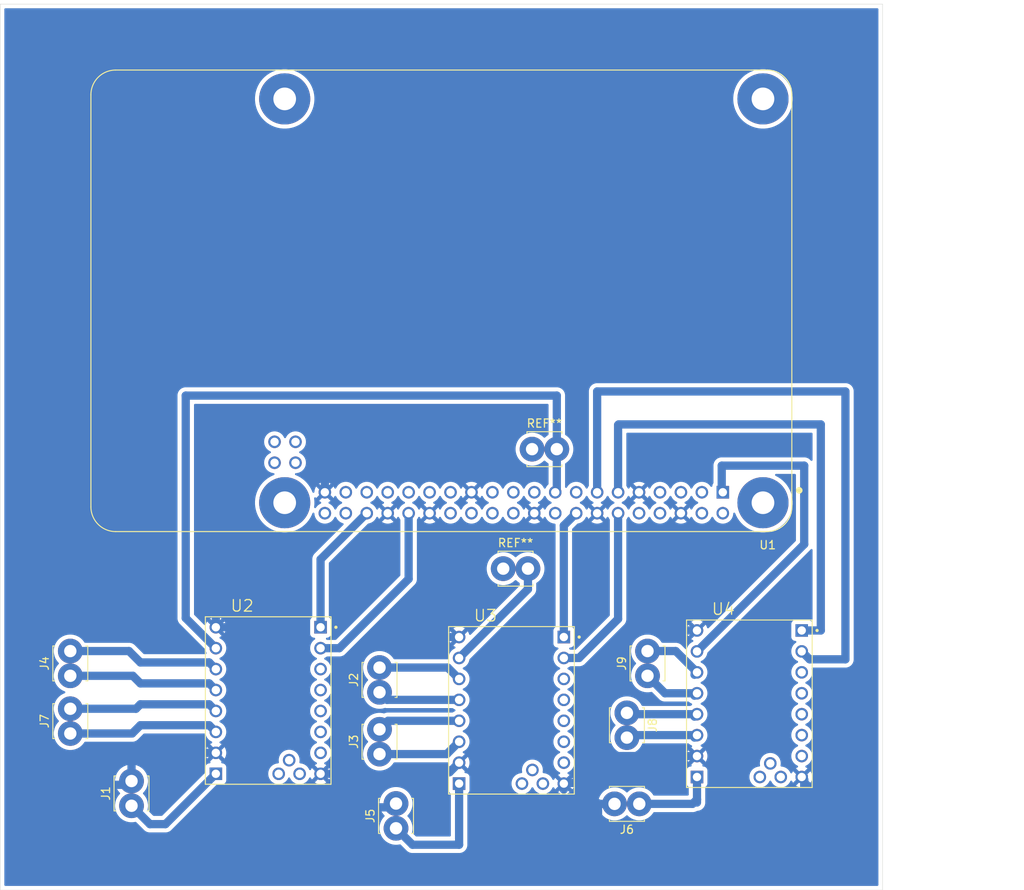
<source format=kicad_pcb>
(kicad_pcb (version 20241229) (generator "pcbnew") (generator_version "9.0")
  (layers (0 "F.Cu" signal) (2 "B.Cu" signal) (13 "F.Paste" user) (15 "B.Paste" user) (5 "F.SilkS" user "F.Silkscreen") (7 "B.SilkS" user "B.Silkscreen") (1 "F.Mask" user) (3 "B.Mask" user) (25 "Edge.Cuts" user))
  (net 0 "")
  (net 1 "GND")
  (net 2 "Net-(J7-Pin_1)")
  (net 7 "VIO")
  (net 9 "Net-(U1-SHIELD-PadS1)")
  (net 12 "VIO2")
  (net 14 "DIR")
  (net 18 "STEP3")
  (net 23 "DIR2")
  (net 24 "DIR3")
  (net 27 "STEP1")
  (net 29 "STEP2")
  (net 39 "DIR1")
  (net 41 "VM1")
  (net 44 "VM2")
  (net 45 "VM3")
  (net 60 "Net-(J2-Pin_2)")
  (net 61 "Net-(J2-Pin_1)")
  (net 62 "Net-(J3-Pin_2)")
  (net 63 "Net-(J3-Pin_1)")
  (net 64 "Net-(J4-Pin_2)")
  (net 65 "Net-(J4-Pin_1)")
  (net 68 "Net-(J7-Pin_2)")
  (net 69 "Net-(J8-Pin_1)")
  (net 70 "Net-(J9-Pin_1)")
  (net 71 "Net-(J8-Pin_2)")
  (net 72 "Net-(J9-Pin_2)")
  (footprint "TerminalBlock_MetzConnect:TerminalBlock_MetzConnect_360272_1x01_Horizontal_ScrewM2.6" (layer "F.Cu") (at 67.5 103 90)
    (property "Reference" "J4" (at 1.5 -3.12 90) (layer "F.SilkS"))
    (property "Value" "Screw_Terminal_01x02")
    (fp_line (start 3.62 -2.12) (end 3.62 -1.88) (stroke (width 0.12)) (layer "F.SilkS"))
    (fp_line (start -0.62 -2.12) (end 3.62 -2.12) (stroke (width 0.12)) (layer "F.SilkS"))
    (fp_line (start -0.62 -1.88) (end -0.62 -2.12) (stroke (width 0.12)) (layer "F.SilkS"))
    (fp_line (start 3.62 1.88) (end 3.62 2.12) (stroke (width 0.12)) (layer "F.SilkS"))
    (fp_line (start 3.62 2.12) (end -0.62 2.12) (stroke (width 0.12)) (layer "F.SilkS"))
    (fp_line (start -0.62 2.12) (end -0.62 1.88) (stroke (width 0.12)) (layer "F.SilkS"))
    (pad "1" thru_hole circle (at 0 0 90) (size 3 3) (drill 1.5) (layers "*.Cu" "*.Mask") (net 65 "Net-(J4-Pin_1)"))
    (pad "1" thru_hole circle (at 3 0 90) (size 3 3) (drill 1.5) (layers "*.Cu" "*.Mask") (net 65 "Net-(J4-Pin_1)"))
  )
  (footprint "TerminalBlock_MetzConnect:TerminalBlock_MetzConnect_360272_1x01_Horizontal_ScrewM2.6" (layer "F.Cu") (at 67.5 110 90)
    (property "Reference" "J7" (at 1.5 -3.12 90) (layer "F.SilkS"))
    (property "Value" "Screw_Terminal_01x02")
    (fp_line (start 3.62 -2.12) (end 3.62 -1.88) (stroke (width 0.12)) (layer "F.SilkS"))
    (fp_line (start -0.62 -2.12) (end 3.62 -2.12) (stroke (width 0.12)) (layer "F.SilkS"))
    (fp_line (start -0.62 -1.88) (end -0.62 -2.12) (stroke (width 0.12)) (layer "F.SilkS"))
    (fp_line (start 3.62 1.88) (end 3.62 2.12) (stroke (width 0.12)) (layer "F.SilkS"))
    (fp_line (start 3.62 2.12) (end -0.62 2.12) (stroke (width 0.12)) (layer "F.SilkS"))
    (fp_line (start -0.62 2.12) (end -0.62 1.88) (stroke (width 0.12)) (layer "F.SilkS"))
    (pad "1" thru_hole circle (at 0 0 90) (size 3 3) (drill 1.5) (layers "*.Cu" "*.Mask") (net 2 "Net-(J7-Pin_1)"))
    (pad "1" thru_hole circle (at 3 0 90) (size 3 3) (drill 1.5) (layers "*.Cu" "*.Mask") (net 2 "Net-(J7-Pin_1)"))
  )
  (footprint "TerminalBlock_MetzConnect:TerminalBlock_MetzConnect_360272_1x01_Horizontal_ScrewM2.6" (layer "F.Cu") (at 137.5 103 90)
    (property "Reference" "J9" (at 1.5 -3.12 90) (layer "F.SilkS"))
    (property "Value" "Screw_Terminal_01x02")
    (fp_line (start 3.62 -2.12) (end 3.62 -1.88) (stroke (width 0.12)) (layer "F.SilkS"))
    (fp_line (start -0.62 -2.12) (end 3.62 -2.12) (stroke (width 0.12)) (layer "F.SilkS"))
    (fp_line (start -0.62 -1.88) (end -0.62 -2.12) (stroke (width 0.12)) (layer "F.SilkS"))
    (fp_line (start 3.62 1.88) (end 3.62 2.12) (stroke (width 0.12)) (layer "F.SilkS"))
    (fp_line (start 3.62 2.12) (end -0.62 2.12) (stroke (width 0.12)) (layer "F.SilkS"))
    (fp_line (start -0.62 2.12) (end -0.62 1.88) (stroke (width 0.12)) (layer "F.SilkS"))
    (pad "1" thru_hole circle (at 0 0 90) (size 3 3) (drill 1.5) (layers "*.Cu" "*.Mask") (net 70 "Net-(J9-Pin_1)"))
    (pad "1" thru_hole circle (at 3 0 90) (size 3 3) (drill 1.5) (layers "*.Cu" "*.Mask") (net 72 "Net-(J9-Pin_2)"))
  )
  (footprint "tmc:MODULE_TMC2208_SILENTSTEPSTICK" (layer "F.Cu") (at 149.85 106.39)
    (property "Reference" "U4" (at -3.155 -11.489 0) (layer "F.SilkS") (effects (font (size 1.4 1.4))))
    (property "Value" "TMC2208_SILENTSTEPSTICK")
    (fp_line (start -7.62 -10.16) (end -7.62 10.16) (stroke (width 0.127)) (layer "F.SilkS"))
    (fp_line (start -7.62 10.16) (end 7.62 10.16) (stroke (width 0.127)) (layer "F.SilkS"))
    (fp_line (start 7.62 -10.16) (end -7.62 -10.16) (stroke (width 0.127)) (layer "F.SilkS"))
    (fp_line (start 7.62 10.16) (end 7.62 -10.16) (stroke (width 0.127)) (layer "F.SilkS"))
    (fp_circle (center 8.21 -8.89) (end 8.31 -8.89) (stroke (width 0.2)) (fill no) (layer "F.SilkS"))
    (pad "JP1_1" thru_hole rect (at 6.35 -8.89) (size 1.524 1.524) (drill 1.016) (layers "*.Cu" "*.Mask") (net 24 "DIR3"))
    (pad "JP1_2" thru_hole circle (at 6.35 -6.35) (size 1.524 1.524) (drill 1.016) (layers "*.Cu" "*.Mask") (net 18 "STEP3"))
    (pad "JP1_3" thru_hole circle (at 6.35 -3.81) (size 1.524 1.524) (drill 1.016) (layers "*.Cu" "*.Mask"))
    (pad "JP1_4" thru_hole circle (at 6.35 -1.27) (size 1.524 1.524) (drill 1.016) (layers "*.Cu" "*.Mask"))
    (pad "JP1_5" thru_hole circle (at 6.35 1.27) (size 1.524 1.524) (drill 1.016) (layers "*.Cu" "*.Mask"))
    (pad "JP1_6" thru_hole circle (at 6.35 3.81) (size 1.524 1.524) (drill 1.016) (layers "*.Cu" "*.Mask"))
    (pad "JP1_7" thru_hole circle (at 6.35 6.35) (size 1.524 1.524) (drill 1.016) (layers "*.Cu" "*.Mask"))
    (pad "JP1_8" thru_hole circle (at 6.35 8.89) (size 1.524 1.524) (drill 1.016) (layers "*.Cu" "*.Mask") (net 1 "GND"))
    (pad "JP2_1" thru_hole rect (at -6.35 8.89) (size 1.524 1.524) (drill 1.016) (layers "*.Cu" "*.Mask") (net 45 "VM3"))
    (pad "JP2_2" thru_hole circle (at -6.35 6.35) (size 1.524 1.524) (drill 1.016) (layers "*.Cu" "*.Mask") (net 1 "GND"))
    (pad "JP2_3" thru_hole circle (at -6.35 3.81) (size 1.524 1.524) (drill 1.016) (layers "*.Cu" "*.Mask") (net 71 "Net-(J8-Pin_2)"))
    (pad "JP2_4" thru_hole circle (at -6.35 1.27) (size 1.524 1.524) (drill 1.016) (layers "*.Cu" "*.Mask") (net 69 "Net-(J8-Pin_1)"))
    (pad "JP2_5" thru_hole circle (at -6.35 -1.27) (size 1.524 1.524) (drill 1.016) (layers "*.Cu" "*.Mask") (net 70 "Net-(J9-Pin_1)"))
    (pad "JP2_6" thru_hole circle (at -6.35 -3.81) (size 1.524 1.524) (drill 1.016) (layers "*.Cu" "*.Mask") (net 72 "Net-(J9-Pin_2)"))
    (pad "JP2_7" thru_hole circle (at -6.35 -6.35) (size 1.524 1.524) (drill 1.016) (layers "*.Cu" "*.Mask") (net 7 "VIO"))
    (pad "JP2_8" thru_hole circle (at -6.35 -8.89) (size 1.524 1.524) (drill 1.016) (layers "*.Cu" "*.Mask") (net 1 "GND"))
    (pad "JP3_1" thru_hole circle (at 1.27 8.89) (size 1.524 1.524) (drill 1.016) (layers "*.Cu" "*.Mask"))
    (pad "JP3_2" thru_hole circle (at 3.81 8.89) (size 1.524 1.524) (drill 1.016) (layers "*.Cu" "*.Mask"))
    (pad "VREF" thru_hole circle (at 2.54 7.239) (size 1.524 1.524) (drill 1.016) (layers "*.Cu" "*.Mask"))
  )
  (footprint "TerminalBlock_MetzConnect:TerminalBlock_MetzConnect_360272_1x01_Horizontal_ScrewM2.6" (layer "F.Cu") (at 105 105 90)
    (property "Reference" "J2" (at 1.5 -3.12 90) (layer "F.SilkS"))
    (property "Value" "Screw_Terminal_01x02")
    (fp_line (start 3.62 -2.12) (end 3.62 -1.88) (stroke (width 0.12)) (layer "F.SilkS"))
    (fp_line (start -0.62 -2.12) (end 3.62 -2.12) (stroke (width 0.12)) (layer "F.SilkS"))
    (fp_line (start -0.62 -1.88) (end -0.62 -2.12) (stroke (width 0.12)) (layer "F.SilkS"))
    (fp_line (start 3.62 1.88) (end 3.62 2.12) (stroke (width 0.12)) (layer "F.SilkS"))
    (fp_line (start 3.62 2.12) (end -0.62 2.12) (stroke (width 0.12)) (layer "F.SilkS"))
    (fp_line (start -0.62 2.12) (end -0.62 1.88) (stroke (width 0.12)) (layer "F.SilkS"))
    (pad "1" thru_hole circle (at 0 0 90) (size 3 3) (drill 1.5) (layers "*.Cu" "*.Mask") (net 61 "Net-(J2-Pin_1)"))
    (pad "1" thru_hole circle (at 3 0 90) (size 3 3) (drill 1.5) (layers "*.Cu" "*.Mask") (net 61 "Net-(J2-Pin_1)"))
  )
  (footprint "TerminalBlock_MetzConnect:TerminalBlock_MetzConnect_360272_1x01_Horizontal_ScrewM2.6" (layer "F.Cu") (at 105 112.5 90)
    (property "Reference" "J3" (at 1.5 -3.12 90) (layer "F.SilkS"))
    (property "Value" "Screw_Terminal_01x02")
    (fp_line (start 3.62 -2.12) (end 3.62 -1.88) (stroke (width 0.12)) (layer "F.SilkS"))
    (fp_line (start -0.62 -2.12) (end 3.62 -2.12) (stroke (width 0.12)) (layer "F.SilkS"))
    (fp_line (start -0.62 -1.88) (end -0.62 -2.12) (stroke (width 0.12)) (layer "F.SilkS"))
    (fp_line (start 3.62 1.88) (end 3.62 2.12) (stroke (width 0.12)) (layer "F.SilkS"))
    (fp_line (start 3.62 2.12) (end -0.62 2.12) (stroke (width 0.12)) (layer "F.SilkS"))
    (fp_line (start -0.62 2.12) (end -0.62 1.88) (stroke (width 0.12)) (layer "F.SilkS"))
    (pad "1" thru_hole circle (at 0 0 90) (size 3 3) (drill 1.5) (layers "*.Cu" "*.Mask") (net 63 "Net-(J3-Pin_1)"))
    (pad "1" thru_hole circle (at 3 0 90) (size 3 3) (drill 1.5) (layers "*.Cu" "*.Mask") (net 63 "Net-(J3-Pin_1)"))
  )
  (footprint "TerminalBlock_MetzConnect:TerminalBlock_MetzConnect_360272_1x01_Horizontal_ScrewM2.6" (layer "F.Cu") (at 74.925 118.77 90)
    (property "Reference" "J1" (at 1.5 -3.12 90) (layer "F.SilkS"))
    (property "Value" "Screw_Terminal_01x02")
    (fp_line (start 3.62 -2.12) (end 3.62 -1.88) (stroke (width 0.12)) (layer "F.SilkS"))
    (fp_line (start -0.62 -2.12) (end 3.62 -2.12) (stroke (width 0.12)) (layer "F.SilkS"))
    (fp_line (start -0.62 -1.88) (end -0.62 -2.12) (stroke (width 0.12)) (layer "F.SilkS"))
    (fp_line (start 3.62 1.88) (end 3.62 2.12) (stroke (width 0.12)) (layer "F.SilkS"))
    (fp_line (start 3.62 2.12) (end -0.62 2.12) (stroke (width 0.12)) (layer "F.SilkS"))
    (fp_line (start -0.62 2.12) (end -0.62 1.88) (stroke (width 0.12)) (layer "F.SilkS"))
    (pad "1" thru_hole circle (at 0 0 90) (size 3 3) (drill 1.5) (layers "*.Cu" "*.Mask") (net 41 "VM1"))
    (pad "1" thru_hole circle (at 3 0 90) (size 3 3) (drill 1.5) (layers "*.Cu" "*.Mask") (net 41 "VM1"))
  )
  (footprint "TerminalBlock_MetzConnect:TerminalBlock_MetzConnect_360272_1x01_Horizontal_ScrewM2.6" (layer "F.Cu") (at 123.5 75.5)
    (property "Reference" "REF**" (at 1.5 -3.12 0) (layer "F.SilkS"))
    (property "Value" "TerminalBlock_MetzConnect_360272_1x01_Horizontal_ScrewM2.6")
    (fp_line (start -0.62 -2.12) (end 3.62 -2.12) (stroke (width 0.12)) (layer "F.SilkS"))
    (fp_line (start -0.62 -1.88) (end -0.62 -2.12) (stroke (width 0.12)) (layer "F.SilkS"))
    (fp_line (start -0.62 2.12) (end -0.62 1.88) (stroke (width 0.12)) (layer "F.SilkS"))
    (fp_line (start 3.62 -2.12) (end 3.62 -1.88) (stroke (width 0.12)) (layer "F.SilkS"))
    (fp_line (start 3.62 1.88) (end 3.62 2.12) (stroke (width 0.12)) (layer "F.SilkS"))
    (fp_line (start 3.62 2.12) (end -0.62 2.12) (stroke (width 0.12)) (layer "F.SilkS"))
    (pad "1" thru_hole circle (at 0 0) (size 3 3) (drill 1.5) (layers "*.Cu" "*.Mask") (net 7 "VIO"))
    (pad "1" thru_hole circle (at 3 0) (size 3 3) (drill 1.5) (layers "*.Cu" "*.Mask") (net 7 "VIO"))
  )
  (footprint "TerminalBlock_MetzConnect:TerminalBlock_MetzConnect_360272_1x01_Horizontal_ScrewM2.6" (layer "F.Cu") (at 120 90)
    (property "Reference" "REF**" (at 1.5 -3.12 0) (layer "F.SilkS"))
    (property "Value" "TerminalBlock_MetzConnect_360272_1x01_Horizontal_ScrewM2.6")
    (fp_line (start -0.62 -2.12) (end 3.62 -2.12) (stroke (width 0.12)) (layer "F.SilkS"))
    (fp_line (start -0.62 -1.88) (end -0.62 -2.12) (stroke (width 0.12)) (layer "F.SilkS"))
    (fp_line (start -0.62 2.12) (end -0.62 1.88) (stroke (width 0.12)) (layer "F.SilkS"))
    (fp_line (start 3.62 -2.12) (end 3.62 -1.88) (stroke (width 0.12)) (layer "F.SilkS"))
    (fp_line (start 3.62 1.88) (end 3.62 2.12) (stroke (width 0.12)) (layer "F.SilkS"))
    (fp_line (start 3.62 2.12) (end -0.62 2.12) (stroke (width 0.12)) (layer "F.SilkS"))
    (pad "1" thru_hole circle (at 0 0) (size 3 3) (drill 1.5) (layers "*.Cu" "*.Mask"))
    (pad "1" thru_hole circle (at 3 0) (size 3 3) (drill 1.5) (layers "*.Cu" "*.Mask") (net 7 "VIO"))
  )
  (footprint "TerminalBlock_MetzConnect:TerminalBlock_MetzConnect_360272_1x01_Horizontal_ScrewM2.6" (layer "F.Cu") (at 135 107.5 -90)
    (property "Reference" "J8" (at 1.5 -3.12 90) (layer "F.SilkS"))
    (property "Value" "Screw_Terminal_01x02")
    (fp_line (start -0.62 2.12) (end -0.62 1.88) (stroke (width 0.12)) (layer "F.SilkS"))
    (fp_line (start 3.62 2.12) (end -0.62 2.12) (stroke (width 0.12)) (layer "F.SilkS"))
    (fp_line (start 3.62 1.88) (end 3.62 2.12) (stroke (width 0.12)) (layer "F.SilkS"))
    (fp_line (start -0.62 -1.88) (end -0.62 -2.12) (stroke (width 0.12)) (layer "F.SilkS"))
    (fp_line (start -0.62 -2.12) (end 3.62 -2.12) (stroke (width 0.12)) (layer "F.SilkS"))
    (fp_line (start 3.62 -2.12) (end 3.62 -1.88) (stroke (width 0.12)) (layer "F.SilkS"))
    (pad "1" thru_hole circle (at 0 0 270) (size 3 3) (drill 1.5) (layers "*.Cu" "*.Mask") (net 69 "Net-(J8-Pin_1)"))
    (pad "1" thru_hole circle (at 3 0 270) (size 3 3) (drill 1.5) (layers "*.Cu" "*.Mask") (net 71 "Net-(J8-Pin_2)"))
  )
  (footprint "TerminalBlock_MetzConnect:TerminalBlock_MetzConnect_360272_1x01_Horizontal_ScrewM2.6" (layer "F.Cu") (at 107 121.5 90)
    (property "Reference" "J5" (at 1.5 -3.12 90) (layer "F.SilkS"))
    (property "Value" "Screw_Terminal_01x02")
    (fp_line (start 3.62 -2.12) (end 3.62 -1.88) (stroke (width 0.12)) (layer "F.SilkS"))
    (fp_line (start -0.62 -2.12) (end 3.62 -2.12) (stroke (width 0.12)) (layer "F.SilkS"))
    (fp_line (start -0.62 -1.88) (end -0.62 -2.12) (stroke (width 0.12)) (layer "F.SilkS"))
    (fp_line (start 3.62 1.88) (end 3.62 2.12) (stroke (width 0.12)) (layer "F.SilkS"))
    (fp_line (start 3.62 2.12) (end -0.62 2.12) (stroke (width 0.12)) (layer "F.SilkS"))
    (fp_line (start -0.62 2.12) (end -0.62 1.88) (stroke (width 0.12)) (layer "F.SilkS"))
    (pad "1" thru_hole circle (at 0 0 90) (size 3 3) (drill 1.5) (layers "*.Cu" "*.Mask") (net 44 "VM2"))
    (pad "1" thru_hole circle (at 3 0 90) (size 3 3) (drill 1.5) (layers "*.Cu" "*.Mask") (net 44 "VM2"))
  )
  (footprint "tmc:MODULE_TMC2208_SILENTSTEPSTICK" (layer "F.Cu") (at 91.5 106)
    (property "Reference" "U2" (at -3.155 -11.489 0) (layer "F.SilkS") (effects (font (size 1.4 1.4))))
    (property "Value" "TMC2208_SILENTSTEPSTICK")
    (fp_line (start -7.62 -10.16) (end -7.62 10.16) (stroke (width 0.127)) (layer "F.SilkS"))
    (fp_line (start -7.62 10.16) (end 7.62 10.16) (stroke (width 0.127)) (layer "F.SilkS"))
    (fp_line (start 7.62 -10.16) (end -7.62 -10.16) (stroke (width 0.127)) (layer "F.SilkS"))
    (fp_line (start 7.62 10.16) (end 7.62 -10.16) (stroke (width 0.127)) (layer "F.SilkS"))
    (fp_circle (center 8.21 -8.89) (end 8.31 -8.89) (stroke (width 0.2)) (fill no) (layer "F.SilkS"))
    (pad "JP1_1" thru_hole rect (at 6.35 -8.89) (size 1.524 1.524) (drill 1.016) (layers "*.Cu" "*.Mask") (net 39 "DIR1"))
    (pad "JP1_2" thru_hole circle (at 6.35 -6.35) (size 1.524 1.524) (drill 1.016) (layers "*.Cu" "*.Mask") (net 27 "STEP1"))
    (pad "JP1_3" thru_hole circle (at 6.35 -3.81) (size 1.524 1.524) (drill 1.016) (layers "*.Cu" "*.Mask"))
    (pad "JP1_4" thru_hole circle (at 6.35 -1.27) (size 1.524 1.524) (drill 1.016) (layers "*.Cu" "*.Mask"))
    (pad "JP1_5" thru_hole circle (at 6.35 1.27) (size 1.524 1.524) (drill 1.016) (layers "*.Cu" "*.Mask"))
    (pad "JP1_6" thru_hole circle (at 6.35 3.81) (size 1.524 1.524) (drill 1.016) (layers "*.Cu" "*.Mask"))
    (pad "JP1_7" thru_hole circle (at 6.35 6.35) (size 1.524 1.524) (drill 1.016) (layers "*.Cu" "*.Mask"))
    (pad "JP1_8" thru_hole circle (at 6.35 8.89) (size 1.524 1.524) (drill 1.016) (layers "*.Cu" "*.Mask") (net 1 "GND"))
    (pad "JP2_1" thru_hole rect (at -6.35 8.89) (size 1.524 1.524) (drill 1.016) (layers "*.Cu" "*.Mask") (net 41 "VM1"))
    (pad "JP2_2" thru_hole circle (at -6.35 6.35) (size 1.524 1.524) (drill 1.016) (layers "*.Cu" "*.Mask") (net 1 "GND"))
    (pad "JP2_3" thru_hole circle (at -6.35 3.81) (size 1.524 1.524) (drill 1.016) (layers "*.Cu" "*.Mask") (net 68 "Net-(J7-Pin_2)"))
    (pad "JP2_4" thru_hole circle (at -6.35 1.27) (size 1.524 1.524) (drill 1.016) (layers "*.Cu" "*.Mask") (net 2 "Net-(J7-Pin_1)"))
    (pad "JP2_5" thru_hole circle (at -6.35 -1.27) (size 1.524 1.524) (drill 1.016) (layers "*.Cu" "*.Mask") (net 65 "Net-(J4-Pin_1)"))
    (pad "JP2_6" thru_hole circle (at -6.35 -3.81) (size 1.524 1.524) (drill 1.016) (layers "*.Cu" "*.Mask") (net 64 "Net-(J4-Pin_2)"))
    (pad "JP2_7" thru_hole circle (at -6.35 -6.35) (size 1.524 1.524) (drill 1.016) (layers "*.Cu" "*.Mask") (net 7 "VIO"))
    (pad "JP2_8" thru_hole circle (at -6.35 -8.89) (size 1.524 1.524) (drill 1.016) (layers "*.Cu" "*.Mask") (net 1 "GND"))
    (pad "JP3_1" thru_hole circle (at 1.27 8.89) (size 1.524 1.524) (drill 1.016) (layers "*.Cu" "*.Mask"))
    (pad "JP3_2" thru_hole circle (at 3.81 8.89) (size 1.524 1.524) (drill 1.016) (layers "*.Cu" "*.Mask"))
    (pad "VREF" thru_hole circle (at 2.54 7.239) (size 1.524 1.524) (drill 1.016) (layers "*.Cu" "*.Mask"))
  )
  (footprint "tmc:MODULE_TMC2208_SILENTSTEPSTICK" (layer "F.Cu") (at 121 107.19)
    (property "Reference" "U3" (at -3.155 -11.489 0) (layer "F.SilkS") (effects (font (size 1.4 1.4))))
    (property "Value" "TMC2208_SILENTSTEPSTICK")
    (fp_line (start -7.62 -10.16) (end -7.62 10.16) (stroke (width 0.127)) (layer "F.SilkS"))
    (fp_line (start -7.62 10.16) (end 7.62 10.16) (stroke (width 0.127)) (layer "F.SilkS"))
    (fp_line (start 7.62 -10.16) (end -7.62 -10.16) (stroke (width 0.127)) (layer "F.SilkS"))
    (fp_line (start 7.62 10.16) (end 7.62 -10.16) (stroke (width 0.127)) (layer "F.SilkS"))
    (fp_circle (center 8.21 -8.89) (end 8.31 -8.89) (stroke (width 0.2)) (fill no) (layer "F.SilkS"))
    (pad "JP1_1" thru_hole rect (at 6.35 -8.89) (size 1.524 1.524) (drill 1.016) (layers "*.Cu" "*.Mask") (net 23 "DIR2"))
    (pad "JP1_2" thru_hole circle (at 6.35 -6.35) (size 1.524 1.524) (drill 1.016) (layers "*.Cu" "*.Mask") (net 29 "STEP2"))
    (pad "JP1_3" thru_hole circle (at 6.35 -3.81) (size 1.524 1.524) (drill 1.016) (layers "*.Cu" "*.Mask"))
    (pad "JP1_4" thru_hole circle (at 6.35 -1.27) (size 1.524 1.524) (drill 1.016) (layers "*.Cu" "*.Mask"))
    (pad "JP1_5" thru_hole circle (at 6.35 1.27) (size 1.524 1.524) (drill 1.016) (layers "*.Cu" "*.Mask"))
    (pad "JP1_6" thru_hole circle (at 6.35 3.81) (size 1.524 1.524) (drill 1.016) (layers "*.Cu" "*.Mask"))
    (pad "JP1_7" thru_hole circle (at 6.35 6.35) (size 1.524 1.524) (drill 1.016) (layers "*.Cu" "*.Mask"))
    (pad "JP1_8" thru_hole circle (at 6.35 8.89) (size 1.524 1.524) (drill 1.016) (layers "*.Cu" "*.Mask") (net 1 "GND"))
    (pad "JP2_1" thru_hole rect (at -6.35 8.89) (size 1.524 1.524) (drill 1.016) (layers "*.Cu" "*.Mask") (net 44 "VM2"))
    (pad "JP2_2" thru_hole circle (at -6.35 6.35) (size 1.524 1.524) (drill 1.016) (layers "*.Cu" "*.Mask") (net 1 "GND"))
    (pad "JP2_3" thru_hole circle (at -6.35 3.81) (size 1.524 1.524) (drill 1.016) (layers "*.Cu" "*.Mask") (net 62 "Net-(J3-Pin_2)"))
    (pad "JP2_4" thru_hole circle (at -6.35 1.27) (size 1.524 1.524) (drill 1.016) (layers "*.Cu" "*.Mask") (net 63 "Net-(J3-Pin_1)"))
    (pad "JP2_5" thru_hole circle (at -6.35 -1.27) (size 1.524 1.524) (drill 1.016) (layers "*.Cu" "*.Mask") (net 61 "Net-(J2-Pin_1)"))
    (pad "JP2_6" thru_hole circle (at -6.35 -3.81) (size 1.524 1.524) (drill 1.016) (layers "*.Cu" "*.Mask") (net 60 "Net-(J2-Pin_2)"))
    (pad "JP2_7" thru_hole circle (at -6.35 -6.35) (size 1.524 1.524) (drill 1.016) (layers "*.Cu" "*.Mask") (net 7 "VIO"))
    (pad "JP2_8" thru_hole circle (at -6.35 -8.89) (size 1.524 1.524) (drill 1.016) (layers "*.Cu" "*.Mask") (net 1 "GND"))
    (pad "JP3_1" thru_hole circle (at 1.27 8.89) (size 1.524 1.524) (drill 1.016) (layers "*.Cu" "*.Mask"))
    (pad "JP3_2" thru_hole circle (at 3.81 8.89) (size 1.524 1.524) (drill 1.016) (layers "*.Cu" "*.Mask"))
    (pad "VREF" thru_hole circle (at 2.54 7.239) (size 1.524 1.524) (drill 1.016) (layers "*.Cu" "*.Mask"))
  )
  (footprint "pi 4:MODULE_RASPBERRY_PI_4B_4GB" (layer "F.Cu") (at 112.5 57.5 180)
    (property "Reference" "U1" (at -39.575 -29.635 0) (layer "F.SilkS"))
    (property "Value" "RASPBERRY_PI_4B_4GB")
    (fp_line (start 42.5 25) (end 42.5 -25) (stroke (width 0.127)) (layer "F.SilkS"))
    (fp_line (start 39.5 -28) (end -39.5 -28) (stroke (width 0.127)) (layer "F.SilkS"))
    (fp_line (start -39.5 28) (end 39.5 28) (stroke (width 0.127)) (layer "F.SilkS"))
    (fp_line (start -42.5 -25) (end -42.5 25) (stroke (width 0.127)) (layer "F.SilkS"))
    (fp_arc (start 42.5 25) (mid 41.62132 27.12132) (end 39.5 28) (stroke (width 0.127)) (layer "F.SilkS"))
    (fp_arc (start 39.5 -28) (mid 41.62132 -27.12132) (end 42.5 -25) (stroke (width 0.127)) (layer "F.SilkS"))
    (fp_arc (start -39.5 28) (mid -41.62132 27.12132) (end -42.5 25) (stroke (width 0.127)) (layer "F.SilkS"))
    (fp_arc (start -42.5 -25) (mid -41.62132 -27.12132) (end -39.5 -28) (stroke (width 0.127)) (layer "F.SilkS"))
    (fp_circle (center -43.4 -23) (end -43.2 -23) (stroke (width 0.4)) (fill no) (layer "F.SilkS"))
    (pad "1" thru_hole rect (at -34.13 -23.23 180) (size 1.524 1.524) (drill 1.016) (layers "*.Cu" "*.Mask") (net 7 "VIO"))
    (pad "2" thru_hole circle (at -34.13 -25.77 180) (size 1.524 1.524) (drill 1.016) (layers "*.Cu" "*.Mask") (net 12 "VIO2"))
    (pad "3" thru_hole circle (at -31.59 -23.23 180) (size 1.524 1.524) (drill 1.016) (layers "*.Cu" "*.Mask"))
    (pad "4" thru_hole circle (at -31.59 -25.77 180) (size 1.524 1.524) (drill 1.016) (layers "*.Cu" "*.Mask") (net 12 "VIO2"))
    (pad "5" thru_hole circle (at -29.05 -23.23 180) (size 1.524 1.524) (drill 1.016) (layers "*.Cu" "*.Mask"))
    (pad "6" thru_hole circle (at -29.05 -25.77 180) (size 1.524 1.524) (drill 1.016) (layers "*.Cu" "*.Mask") (net 1 "GND"))
    (pad "7" thru_hole circle (at -26.51 -23.23 180) (size 1.524 1.524) (drill 1.016) (layers "*.Cu" "*.Mask"))
    (pad "8" thru_hole circle (at -26.51 -25.77 180) (size 1.524 1.524) (drill 1.016) (layers "*.Cu" "*.Mask"))
    (pad "9" thru_hole circle (at -23.97 -23.23 180) (size 1.524 1.524) (drill 1.016) (layers "*.Cu" "*.Mask") (net 1 "GND"))
    (pad "10" thru_hole circle (at -23.97 -25.77 180) (size 1.524 1.524) (drill 1.016) (layers "*.Cu" "*.Mask"))
    (pad "11" thru_hole circle (at -21.43 -23.23 180) (size 1.524 1.524) (drill 1.016) (layers "*.Cu" "*.Mask"))
    (pad "12" thru_hole circle (at -21.43 -25.77 180) (size 1.524 1.524) (drill 1.016) (layers "*.Cu" "*.Mask") (net 18 "STEP3"))
    (pad "13" thru_hole circle (at -18.89 -23.23 180) (size 1.524 1.524) (drill 1.016) (layers "*.Cu" "*.Mask") (net 18 "STEP3"))
    (pad "14" thru_hole circle (at -18.89 -25.77 180) (size 1.524 1.524) (drill 1.016) (layers "*.Cu" "*.Mask") (net 1 "GND"))
    (pad "15" thru_hole circle (at -16.35 -23.23 180) (size 1.524 1.524) (drill 1.016) (layers "*.Cu" "*.Mask"))
    (pad "16" thru_hole circle (at -16.35 -25.77 180) (size 1.524 1.524) (drill 1.016) (layers "*.Cu" "*.Mask"))
    (pad "17" thru_hole circle (at -13.81 -23.23 180) (size 1.524 1.524) (drill 1.016) (layers "*.Cu" "*.Mask") (net 7 "VIO"))
    (pad "18" thru_hole circle (at -13.81 -25.77 180) (size 1.524 1.524) (drill 1.016) (layers "*.Cu" "*.Mask"))
    (pad "19" thru_hole circle (at -11.27 -23.23 180) (size 1.524 1.524) (drill 1.016) (layers "*.Cu" "*.Mask"))
    (pad "20" thru_hole circle (at -11.27 -25.77 180) (size 1.524 1.524) (drill 1.016) (layers "*.Cu" "*.Mask") (net 1 "GND"))
    (pad "21" thru_hole circle (at -8.73 -23.23 180) (size 1.524 1.524) (drill 1.016) (layers "*.Cu" "*.Mask"))
    (pad "22" thru_hole circle (at -8.73 -25.77 180) (size 1.524 1.524) (drill 1.016) (layers "*.Cu" "*.Mask"))
    (pad "23" thru_hole circle (at -6.19 -23.23 180) (size 1.524 1.524) (drill 1.016) (layers "*.Cu" "*.Mask"))
    (pad "24" thru_hole circle (at -6.19 -25.77 180) (size 1.524 1.524) (drill 1.016) (layers "*.Cu" "*.Mask"))
    (pad "25" thru_hole circle (at -3.65 -23.23 180) (size 1.524 1.524) (drill 1.016) (layers "*.Cu" "*.Mask") (net 1 "GND"))
    (pad "26" thru_hole circle (at -3.65 -25.77 180) (size 1.524 1.524) (drill 1.016) (layers "*.Cu" "*.Mask"))
    (pad "27" thru_hole circle (at -1.11 -23.23 180) (size 1.524 1.524) (drill 1.016) (layers "*.Cu" "*.Mask"))
    (pad "28" thru_hole circle (at -1.11 -25.77 180) (size 1.524 1.524) (drill 1.016) (layers "*.Cu" "*.Mask"))
    (pad "29" thru_hole circle (at 1.43 -23.23 180) (size 1.524 1.524) (drill 1.016) (layers "*.Cu" "*.Mask"))
    (pad "30" thru_hole circle (at 1.43 -25.77 180) (size 1.524 1.524) (drill 1.016) (layers "*.Cu" "*.Mask") (net 1 "GND"))
    (pad "31" thru_hole circle (at 3.97 -23.23 180) (size 1.524 1.524) (drill 1.016) (layers "*.Cu" "*.Mask"))
    (pad "32" thru_hole circle (at 3.97 -25.77 180) (size 1.524 1.524) (drill 1.016) (layers "*.Cu" "*.Mask") (net 27 "STEP1"))
    (pad "33" thru_hole circle (at 6.51 -23.23 180) (size 1.524 1.524) (drill 1.016) (layers "*.Cu" "*.Mask") (net 29 "STEP2"))
    (pad "34" thru_hole circle (at 6.51 -25.77 180) (size 1.524 1.524) (drill 1.016) (layers "*.Cu" "*.Mask") (net 1 "GND"))
    (pad "35" thru_hole circle (at 9.05 -23.23 180) (size 1.524 1.524) (drill 1.016) (layers "*.Cu" "*.Mask") (net 23 "DIR2"))
    (pad "36" thru_hole circle (at 9.05 -25.77 180) (size 1.524 1.524) (drill 1.016) (layers "*.Cu" "*.Mask") (net 14 "DIR"))
    (pad "37" thru_hole circle (at 11.59 -23.23 180) (size 1.524 1.524) (drill 1.016) (layers "*.Cu" "*.Mask"))
    (pad "38" thru_hole circle (at 11.59 -25.77 180) (size 1.524 1.524) (drill 1.016) (layers "*.Cu" "*.Mask") (net 24 "DIR3"))
    (pad "39" thru_hole circle (at 14.13 -23.23 180) (size 1.524 1.524) (drill 1.016) (layers "*.Cu" "*.Mask") (net 1 "GND"))
    (pad "40" thru_hole circle (at 14.13 -25.77 180) (size 1.524 1.524) (drill 1.016) (layers "*.Cu" "*.Mask"))
    (pad "41" thru_hole circle (at 20.23 -17.107 180) (size 1.524 1.524) (drill 1.016) (layers "*.Cu" "*.Mask"))
    (pad "42" thru_hole circle (at 20.23 -19.647 180) (size 1.524 1.524) (drill 1.016) (layers "*.Cu" "*.Mask"))
    (pad "43" thru_hole circle (at 17.69 -17.107 180) (size 1.524 1.524) (drill 1.016) (layers "*.Cu" "*.Mask"))
    (pad "44" thru_hole circle (at 17.69 -19.647 180) (size 1.524 1.524) (drill 1.016) (layers "*.Cu" "*.Mask"))
    (pad "S1" thru_hole circle (at -39 -24.5 180) (size 6.2 6.2) (drill 2.75) (layers "*.Cu" "*.Mask") (net 9 "Net-(U1-SHIELD-PadS1)"))
    (pad "S2" thru_hole circle (at 19 -24.5 180) (size 6.2 6.2) (drill 2.75) (layers "*.Cu" "*.Mask") (net 9 "Net-(U1-SHIELD-PadS1)"))
    (pad "S3" thru_hole circle (at 19 24.5 180) (size 6.2 6.2) (drill 2.75) (layers "*.Cu" "*.Mask") (net 9 "Net-(U1-SHIELD-PadS1)"))
    (pad "S4" thru_hole circle (at -39 24.5 180) (size 6.2 6.2) (drill 2.75) (layers "*.Cu" "*.Mask") (net 9 "Net-(U1-SHIELD-PadS1)"))
  )
  (footprint "TerminalBlock_MetzConnect:TerminalBlock_MetzConnect_360272_1x01_Horizontal_ScrewM2.6" (layer "F.Cu") (at 136.5 118.54 180)
    (property "Reference" "J6" (at 1.5 -3.12 180) (layer "F.SilkS"))
    (property "Value" "Screw_Terminal_01x02")
    (fp_line (start 3.62 2.12) (end -0.62 2.12) (stroke (width 0.12)) (layer "F.SilkS"))
    (fp_line (start 3.62 1.88) (end 3.62 2.12) (stroke (width 0.12)) (layer "F.SilkS"))
    (fp_line (start 3.62 -2.12) (end 3.62 -1.88) (stroke (width 0.12)) (layer "F.SilkS"))
    (fp_line (start -0.62 2.12) (end -0.62 1.88) (stroke (width 0.12)) (layer "F.SilkS"))
    (fp_line (start -0.62 -1.88) (end -0.62 -2.12) (stroke (width 0.12)) (layer "F.SilkS"))
    (fp_line (start -0.62 -2.12) (end 3.62 -2.12) (stroke (width 0.12)) (layer "F.SilkS"))
    (pad "1" thru_hole circle (at 0 0 180) (size 3 3) (drill 1.5) (layers "*.Cu" "*.Mask") (net 45 "VM3"))
    (pad "1" thru_hole circle (at 3 0 180) (size 3 3) (drill 1.5) (layers "*.Cu" "*.Mask") (net 45 "VM3"))
  )
  (gr_line (start 59 129) (end 59 21.5) (stroke (width 0.05)) (layer "Edge.Cuts"))
  (gr_line (start 59 21.5) (end 166 21.5) (stroke (width 0.05)) (layer "Edge.Cuts"))
  (gr_line (start 166 21.5) (end 166 129) (stroke (width 0.05)) (layer "Edge.Cuts"))
  (gr_line (start 166 129) (end 59 129) (stroke (width 0.05)) (layer "Edge.Cuts"))
  (segment (start 71.5 123.5) (end 89 123.5) (width 1) (layer "B.Cu") (net 1))
  (segment (start 74.925 116.23) (end 71.5 116.23) (width 1) (layer "B.Cu") (net 1))
  (segment (start 74.925 112.35) (end 85.15 112.35) (width 1) (layer "B.Cu") (net 1))
  (segment (start 143.5 112.74) (end 133.99 112.74) (width 1) (layer "B.Cu") (net 1))
  (segment (start 131.5 118.5) (end 131.5 123.5) (width 1) (layer "B.Cu") (net 1))
  (segment (start 74.925 116.23) (end 74.925 112.35) (width 1) (layer "B.Cu") (net 1))
  (segment (start 156.5 115.58) (end 156.2 115.28) (width 1) (layer "B.Cu") (net 1))
  (segment (start 89 123.5) (end 100.904366 123.5) (width 1) (layer "B.Cu") (net 1))
  (segment (start 85.15 97.11) (end 89 97.11) (width 1) (layer "B.Cu") (net 1))
  (segment (start 114.65 98.3) (end 104.2 98.3) (width 1) (layer "B.Cu") (net 1))
  (segment (start 129.865 102.635) (end 129.865 116) (width 1) (layer "B.Cu") (net 1))
  (segment (start 85.15 72) (end 98.37 72) (width 1) (layer "B.Cu") (net 1))
  (segment (start 143.5 97.5) (end 135 97.5) (width 1) (layer "B.Cu") (net 1))
  (segment (start 131.5 118.46) (end 129 118.46) (width 1) (layer "B.Cu") (net 1))
  (segment (start 101.5 114.89) (end 97.85 114.89) (width 1) (layer "B.Cu") (net 1))
  (segment (start 71.5 116.23) (end 71.5 123.5) (width 1) (layer "B.Cu") (net 1))
  (segment (start 98.37 72) (end 98.37 80.73) (width 1) (layer "B.Cu") (net 1))
  (segment (start 135 97.5) (end 129.865 102.635) (width 1) (layer "B.Cu") (net 1))
  (segment (start 127.35 116.08) (end 127.35 116.81) (width 1) (layer "B.Cu") (net 1))
  (segment (start 156.5 118.5) (end 156.5 115.58) (width 1) (layer "B.Cu") (net 1))
  (segment (start 131.54 118.54) (end 131.5 118.5) (width 1) (layer "B.Cu") (net 1))
  (segment (start 101.5 101) (end 101.5 114.89) (width 1) (layer "B.Cu") (net 1))
  (segment (start 106.759 114.701) (end 102.5 118.96) (width 1) (layer "B.Cu") (net 1))
  (segment (start 127.43 116) (end 127.35 116.08) (width 1) (layer "B.Cu") (net 1))
  (segment (start 103.404366 126) (end 100.904366 123.5) (width 1) (layer "B.Cu") (net 1))
  (segment (start 85.15 97.11) (end 85.15 72) (width 1) (layer "B.Cu") (net 1))
  (segment (start 133.96 118.54) (end 131.54 118.54) (width 1) (layer "B.Cu") (net 1))
  (segment (start 101.04 118.96) (end 102.5 118.96) (width 1) (layer "B.Cu") (net 1))
  (segment (start 116.5 126) (end 103.404366 126) (width 1) (layer "B.Cu") (net 1))
  (segment (start 151.5 118.5) (end 156.5 118.5) (width 1) (layer "B.Cu") (net 1))
  (segment (start 102.5 118.96) (end 107 118.96) (width 1) (layer "B.Cu") (net 1))
  (segment (start 113.489 114.701) (end 106.759 114.701) (width 1) (layer "B.Cu") (net 1))
  (segment (start 131.5 118.46) (end 131.5 118.5) (width 1) (layer "B.Cu") (net 1))
  (segment (start 131.5 123.5) (end 151.5 123.5) (width 1) (layer "B.Cu") (net 1))
  (segment (start 100.904366 123.5) (end 100.904366 119.095634) (width 1) (layer "B.Cu") (net 1))
  (segment (start 124.04 118.46) (end 116.5 126) (width 1) (layer "B.Cu") (net 1))
  (segment (start 104.2 98.3) (end 101.5 101) (width 1) (layer "B.Cu") (net 1))
  (segment (start 100.904366 119.095634) (end 101.04 118.96) (width 1) (layer "B.Cu") (net 1))
  (segment (start 151.5 123.5) (end 151.5 118.5) (width 1) (layer "B.Cu") (net 1))
  (segment (start 114.65 113.54) (end 113.489 114.701) (width 1) (layer "B.Cu") (net 1))
  (segment (start 129 118.46) (end 124.04 118.46) (width 1) (layer "B.Cu") (net 1))
  (segment (start 129.865 116) (end 127.43 116) (width 1) (layer "B.Cu") (net 1))
  (segment (start 89 97.11) (end 89 123.5) (width 1) (layer "B.Cu") (net 1))
  (segment (start 84.34 106.46) (end 85.15 107.27) (width 1) (layer "B.Cu") (net 2))
  (segment (start 75.46 107) (end 76 106.46) (width 1) (layer "B.Cu") (net 2))
  (segment (start 76 106.46) (end 84.34 106.46) (width 1) (layer "B.Cu") (net 2))
  (segment (start 67.5 107) (end 75.46 107) (width 1) (layer "B.Cu") (net 2))
  (segment (start 126.5 69) (end 126.5 80.54) (width 1) (layer "B.Cu") (net 7))
  (segment (start 156.5 77.5) (end 146.5 77.5) (width 1) (layer "B.Cu") (net 7))
  (segment (start 114.65 100.84) (end 123 92.49) (width 1) (layer "B.Cu") (net 7))
  (segment (start 81.5 96) (end 81.5 69) (width 1) (layer "B.Cu") (net 7))
  (segment (start 143.5 100.04) (end 156.5 87.04) (width 1) (layer "B.Cu") (net 7))
  (segment (start 126.5 80.54) (end 126.31 80.73) (width 1) (layer "B.Cu") (net 7))
  (segment (start 123 92.49) (end 123 90) (width 1) (layer "B.Cu") (net 7))
  (segment (start 146.5 80.6) (end 146.63 80.73) (width 1) (layer "B.Cu") (net 7))
  (segment (start 146.5 77.5) (end 146.5 80.6) (width 1) (layer "B.Cu") (net 7))
  (segment (start 85.15 99.65) (end 81.5 96) (width 1) (layer "B.Cu") (net 7))
  (segment (start 81.5 69) (end 126.5 69) (width 1) (layer "B.Cu") (net 7))
  (segment (start 156.5 87.04) (end 156.5 77.5) (width 1) (layer "B.Cu") (net 7))
  (segment (start 131.39 68.5) (end 131.39 80.73) (width 1) (layer "B.Cu") (net 18))
  (segment (start 161.5 68.5) (end 131.39 68.5) (width 1) (layer "B.Cu") (net 18))
  (segment (start 156.2 100.04) (end 157.16 101) (width 1) (layer "B.Cu") (net 18))
  (segment (start 161.5 101) (end 161.5 68.5) (width 1) (layer "B.Cu") (net 18))
  (segment (start 157.16 101) (end 161.5 101) (width 1) (layer "B.Cu") (net 18))
  (segment (start 127.35 98.3) (end 127.35 84.77) (width 1) (layer "B.Cu") (net 23))
  (segment (start 127.35 84.77) (end 128.85 83.27) (width 1) (layer "B.Cu") (net 23))
  (segment (start 158.514435 72.5) (end 134 72.5) (width 1) (layer "B.Cu") (net 24))
  (segment (start 133.93 72.57) (end 133.93 80.73) (width 1) (layer "B.Cu") (net 24))
  (segment (start 134 72.5) (end 133.93 72.57) (width 1) (layer "B.Cu") (net 24))
  (segment (start 158.514435 97.5) (end 158.514435 72.5) (width 1) (layer "B.Cu") (net 24))
  (segment (start 156.2 97.5) (end 158.514435 97.5) (width 1) (layer "B.Cu") (net 24))
  (segment (start 108.53 91.247871) (end 108.53 83.27) (width 1) (layer "B.Cu") (net 27))
  (segment (start 97.85 99.65) (end 100.127871 99.65) (width 1) (layer "B.Cu") (net 27))
  (segment (start 100.127871 99.65) (end 108.53 91.247871) (width 1) (layer "B.Cu") (net 27))
  (segment (start 133.93 96.103906) (end 133.93 83.27) (width 1) (layer "B.Cu") (net 29))
  (segment (start 127.35 100.84) (end 129.193906 100.84) (width 1) (layer "B.Cu") (net 29))
  (segment (start 129.193906 100.84) (end 133.93 96.103906) (width 1) (layer "B.Cu") (net 29))
  (segment (start 97.85 88.87) (end 103.45 83.27) (width 1) (layer "B.Cu") (net 39))
  (segment (start 97.85 97.11) (end 97.85 88.87) (width 1) (layer "B.Cu") (net 39))
  (segment (start 79.04 121) (end 85.15 114.89) (width 1) (layer "B.Cu") (net 41))
  (segment (start 74.925 118.77) (end 77.155 121) (width 1) (layer "B.Cu") (net 41))
  (segment (start 77.155 121) (end 79.04 121) (width 1) (layer "B.Cu") (net 41))
  (segment (start 107 121.5) (end 109 123.5) (width 1) (layer "B.Cu") (net 44))
  (segment (start 114.65 123.5) (end 114.65 116.08) (width 1) (layer "B.Cu") (net 44))
  (segment (start 109 123.5) (end 114.65 123.5) (width 1) (layer "B.Cu") (net 44))
  (segment (start 143.5 118) (end 142.96 118.54) (width 1) (layer "B.Cu") (net 45))
  (segment (start 142.96 118.54) (end 136.5 118.54) (width 1) (layer "B.Cu") (net 45))
  (segment (start 143.5 118) (end 143.5 118.379892) (width 1) (layer "B.Cu") (net 45))
  (segment (start 143.5 115.28) (end 143.5 118) (width 1) (layer "B.Cu") (net 45))
  (segment (start 114.65 103.38) (end 113.27 102) (width 1) (layer "B.Cu") (net 60))
  (segment (start 113.27 102) (end 105 102) (width 1) (layer "B.Cu") (net 60))
  (segment (start 114.65 105.92) (end 105.92 105.92) (width 1) (layer "B.Cu") (net 61))
  (segment (start 105.92 105.92) (end 105 105) (width 1) (layer "B.Cu") (net 61))
  (segment (start 113.15 112.5) (end 105 112.5) (width 1) (layer "B.Cu") (net 62))
  (segment (start 114.65 111) (end 113.15 112.5) (width 1) (layer "B.Cu") (net 62))
  (segment (start 106.04 108.46) (end 105 109.5) (width 1) (layer "B.Cu") (net 63))
  (segment (start 114.65 108.46) (end 106.04 108.46) (width 1) (layer "B.Cu") (net 63))
  (segment (start 76 101.38) (end 84.34 101.38) (width 1) (layer "B.Cu") (net 64))
  (segment (start 76 101.38) (end 74.62 100) (width 1) (layer "B.Cu") (net 64))
  (segment (start 74.62 100) (end 67.5 100) (width 1) (layer "B.Cu") (net 64))
  (segment (start 84.34 101.38) (end 85.15 102.19) (width 1) (layer "B.Cu") (net 64))
  (segment (start 76 103.92) (end 75.08 103) (width 1) (layer "B.Cu") (net 65))
  (segment (start 75.08 103) (end 67.5 103) (width 1) (layer "B.Cu") (net 65))
  (segment (start 84.34 103.92) (end 85.15 104.73) (width 1) (layer "B.Cu") (net 65))
  (segment (start 76 103.92) (end 84.34 103.92) (width 1) (layer "B.Cu") (net 65))
  (segment (start 75 110) (end 76 109) (width 1) (layer "B.Cu") (net 68))
  (segment (start 84.34 109) (end 85.15 109.81) (width 1) (layer "B.Cu") (net 68))
  (segment (start 67.5 110) (end 75 110) (width 1) (layer "B.Cu") (net 68))
  (segment (start 76 109) (end 84.34 109) (width 1) (layer "B.Cu") (net 68))
  (segment (start 143.5 107.66) (end 135.16 107.66) (width 1) (layer "B.Cu") (net 69))
  (segment (start 135.16 107.66) (end 135 107.5) (width 1) (layer "B.Cu") (net 69))
  (segment (start 143.2 107.96) (end 143.5 107.66) (width 1) (layer "B.Cu") (net 69))
  (segment (start 143.2 105.42) (end 143.5 105.12) (width 1) (layer "B.Cu") (net 70))
  (segment (start 143.5 105.12) (end 139.62 105.12) (width 1) (layer "B.Cu") (net 70))
  (segment (start 139.62 105.12) (end 137.5 103) (width 1) (layer "B.Cu") (net 70))
  (segment (start 143.5 110.2) (end 135.3 110.2) (width 1) (layer "B.Cu") (net 71))
  (segment (start 143.2 110.5) (end 143.5 110.2) (width 1) (layer "B.Cu") (net 71))
  (segment (start 135.3 110.2) (end 135 110.5) (width 1) (layer "B.Cu") (net 71))
  (segment (start 140.92 100) (end 137.5 100) (width 1) (layer "B.Cu") (net 72))
  (segment (start 143.2 102.88) (end 143.5 102.58) (width 1) (layer "B.Cu") (net 72))
  (segment (start 143.5 102.58) (end 140.92 100) (width 1) (layer "B.Cu") (net 72))
  (zone (net 1) (net_name "GND") (layer "B.Cu") (connect_pads (clearance 0.5)) (min_thickness 0.25) (fill yes (thermal_gap 0.5) (thermal_bridge_width 0.5))
    (polygon (pts (xy 59 21.5) (xy 59 129) (xy 166 129) (xy 166.5 128.5) (xy 166.5 21) (xy 59.5 21)))
  )
)
</source>
